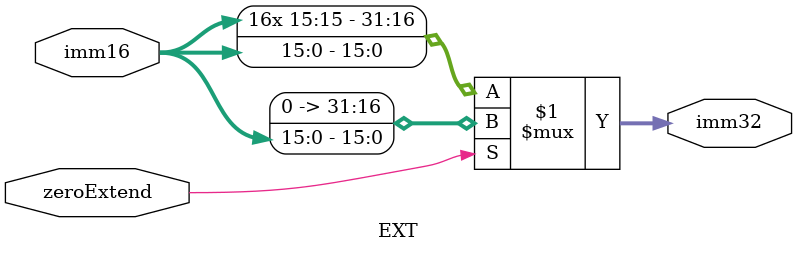
<source format=v>
`timescale 1ns / 1ps
module EXT(
	 input  [15:0] imm16,      //16Î»Á¢¼´Êý
	 input	zeroExtend,       //ÁãÀ©Õ¹ÐÅºÅ
    output  [31:0] imm32      //32Î»Á¢¼´Êý
    );
	 assign imm32 = zeroExtend ? {{16{1'b0}},imm16[15:0]} : {{16{imm16[15]}},imm16[15:0]} ;

endmodule

</source>
